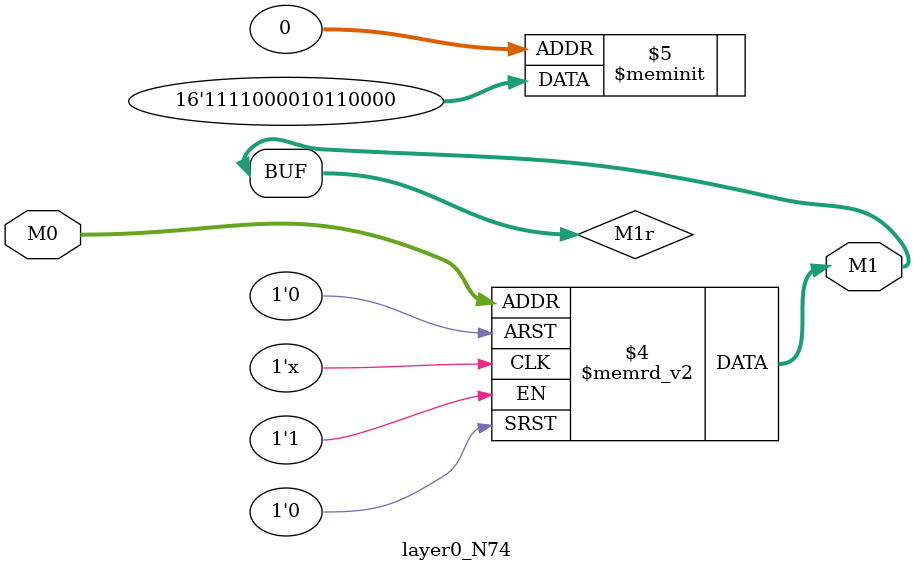
<source format=v>
module layer0_N74 ( input [2:0] M0, output [1:0] M1 );

	(*rom_style = "distributed" *) reg [1:0] M1r;
	assign M1 = M1r;
	always @ (M0) begin
		case (M0)
			3'b000: M1r = 2'b00;
			3'b100: M1r = 2'b00;
			3'b010: M1r = 2'b11;
			3'b110: M1r = 2'b11;
			3'b001: M1r = 2'b00;
			3'b101: M1r = 2'b00;
			3'b011: M1r = 2'b10;
			3'b111: M1r = 2'b11;

		endcase
	end
endmodule

</source>
